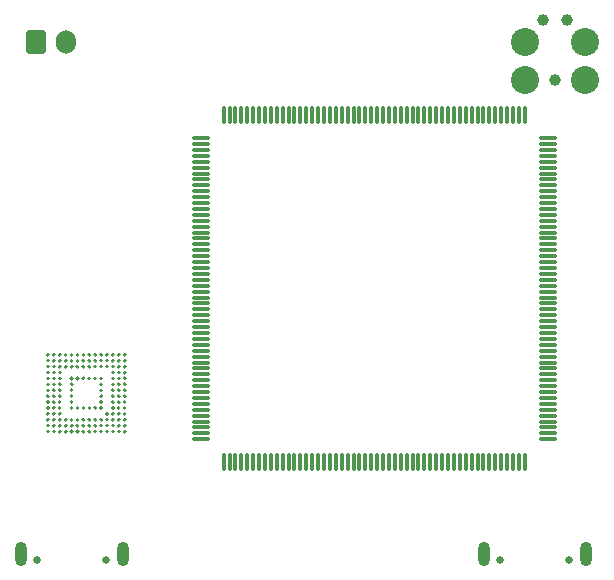
<source format=gbr>
%TF.GenerationSoftware,KiCad,Pcbnew,8.0.1*%
%TF.CreationDate,2024-04-17T21:00:08+02:00*%
%TF.ProjectId,STM32_Dev_Board,53544d33-325f-4446-9576-5f426f617264,rev?*%
%TF.SameCoordinates,Original*%
%TF.FileFunction,Soldermask,Bot*%
%TF.FilePolarity,Negative*%
%FSLAX46Y46*%
G04 Gerber Fmt 4.6, Leading zero omitted, Abs format (unit mm)*
G04 Created by KiCad (PCBNEW 8.0.1) date 2024-04-17 21:00:08*
%MOMM*%
%LPD*%
G01*
G04 APERTURE LIST*
G04 Aperture macros list*
%AMRoundRect*
0 Rectangle with rounded corners*
0 $1 Rounding radius*
0 $2 $3 $4 $5 $6 $7 $8 $9 X,Y pos of 4 corners*
0 Add a 4 corners polygon primitive as box body*
4,1,4,$2,$3,$4,$5,$6,$7,$8,$9,$2,$3,0*
0 Add four circle primitives for the rounded corners*
1,1,$1+$1,$2,$3*
1,1,$1+$1,$4,$5*
1,1,$1+$1,$6,$7*
1,1,$1+$1,$8,$9*
0 Add four rect primitives between the rounded corners*
20,1,$1+$1,$2,$3,$4,$5,0*
20,1,$1+$1,$4,$5,$6,$7,0*
20,1,$1+$1,$6,$7,$8,$9,0*
20,1,$1+$1,$8,$9,$2,$3,0*%
G04 Aperture macros list end*
%ADD10C,0.200000*%
%ADD11C,2.374900*%
%ADD12C,0.990600*%
%ADD13RoundRect,0.250000X-0.600000X-0.750000X0.600000X-0.750000X0.600000X0.750000X-0.600000X0.750000X0*%
%ADD14O,1.700000X2.000000*%
%ADD15C,0.650000*%
%ADD16O,1.000000X2.100000*%
%ADD17RoundRect,0.075000X-0.075000X0.675000X-0.075000X-0.675000X0.075000X-0.675000X0.075000X0.675000X0*%
%ADD18RoundRect,0.075000X-0.675000X0.075000X-0.675000X-0.075000X0.675000X-0.075000X0.675000X0.075000X0*%
G04 APERTURE END LIST*
D10*
%TO.C,U12*%
X184500000Y-83650000D02*
G75*
G02*
X184300000Y-83650000I-100000J0D01*
G01*
X184300000Y-83650000D02*
G75*
G02*
X184500000Y-83650000I100000J0D01*
G01*
X184500000Y-84150000D02*
G75*
G02*
X184300000Y-84150000I-100000J0D01*
G01*
X184300000Y-84150000D02*
G75*
G02*
X184500000Y-84150000I100000J0D01*
G01*
X184500000Y-84650000D02*
G75*
G02*
X184300000Y-84650000I-100000J0D01*
G01*
X184300000Y-84650000D02*
G75*
G02*
X184500000Y-84650000I100000J0D01*
G01*
X184500000Y-85150000D02*
G75*
G02*
X184300000Y-85150000I-100000J0D01*
G01*
X184300000Y-85150000D02*
G75*
G02*
X184500000Y-85150000I100000J0D01*
G01*
X184500000Y-85650000D02*
G75*
G02*
X184300000Y-85650000I-100000J0D01*
G01*
X184300000Y-85650000D02*
G75*
G02*
X184500000Y-85650000I100000J0D01*
G01*
X184500000Y-86150000D02*
G75*
G02*
X184300000Y-86150000I-100000J0D01*
G01*
X184300000Y-86150000D02*
G75*
G02*
X184500000Y-86150000I100000J0D01*
G01*
X184500000Y-86650000D02*
G75*
G02*
X184300000Y-86650000I-100000J0D01*
G01*
X184300000Y-86650000D02*
G75*
G02*
X184500000Y-86650000I100000J0D01*
G01*
X184500000Y-87150000D02*
G75*
G02*
X184300000Y-87150000I-100000J0D01*
G01*
X184300000Y-87150000D02*
G75*
G02*
X184500000Y-87150000I100000J0D01*
G01*
X184500000Y-87650000D02*
G75*
G02*
X184300000Y-87650000I-100000J0D01*
G01*
X184300000Y-87650000D02*
G75*
G02*
X184500000Y-87650000I100000J0D01*
G01*
X184500000Y-88150000D02*
G75*
G02*
X184300000Y-88150000I-100000J0D01*
G01*
X184300000Y-88150000D02*
G75*
G02*
X184500000Y-88150000I100000J0D01*
G01*
X184500000Y-88650000D02*
G75*
G02*
X184300000Y-88650000I-100000J0D01*
G01*
X184300000Y-88650000D02*
G75*
G02*
X184500000Y-88650000I100000J0D01*
G01*
X184500000Y-89150000D02*
G75*
G02*
X184300000Y-89150000I-100000J0D01*
G01*
X184300000Y-89150000D02*
G75*
G02*
X184500000Y-89150000I100000J0D01*
G01*
X184500000Y-89650000D02*
G75*
G02*
X184300000Y-89650000I-100000J0D01*
G01*
X184300000Y-89650000D02*
G75*
G02*
X184500000Y-89650000I100000J0D01*
G01*
X184500000Y-90150000D02*
G75*
G02*
X184300000Y-90150000I-100000J0D01*
G01*
X184300000Y-90150000D02*
G75*
G02*
X184500000Y-90150000I100000J0D01*
G01*
X185000000Y-83650000D02*
G75*
G02*
X184800000Y-83650000I-100000J0D01*
G01*
X184800000Y-83650000D02*
G75*
G02*
X185000000Y-83650000I100000J0D01*
G01*
X185000000Y-84150000D02*
G75*
G02*
X184800000Y-84150000I-100000J0D01*
G01*
X184800000Y-84150000D02*
G75*
G02*
X185000000Y-84150000I100000J0D01*
G01*
X185000000Y-84650000D02*
G75*
G02*
X184800000Y-84650000I-100000J0D01*
G01*
X184800000Y-84650000D02*
G75*
G02*
X185000000Y-84650000I100000J0D01*
G01*
X185000000Y-85150000D02*
G75*
G02*
X184800000Y-85150000I-100000J0D01*
G01*
X184800000Y-85150000D02*
G75*
G02*
X185000000Y-85150000I100000J0D01*
G01*
X185000000Y-85650000D02*
G75*
G02*
X184800000Y-85650000I-100000J0D01*
G01*
X184800000Y-85650000D02*
G75*
G02*
X185000000Y-85650000I100000J0D01*
G01*
X185000000Y-86150000D02*
G75*
G02*
X184800000Y-86150000I-100000J0D01*
G01*
X184800000Y-86150000D02*
G75*
G02*
X185000000Y-86150000I100000J0D01*
G01*
X185000000Y-86650000D02*
G75*
G02*
X184800000Y-86650000I-100000J0D01*
G01*
X184800000Y-86650000D02*
G75*
G02*
X185000000Y-86650000I100000J0D01*
G01*
X185000000Y-87150000D02*
G75*
G02*
X184800000Y-87150000I-100000J0D01*
G01*
X184800000Y-87150000D02*
G75*
G02*
X185000000Y-87150000I100000J0D01*
G01*
X185000000Y-87650000D02*
G75*
G02*
X184800000Y-87650000I-100000J0D01*
G01*
X184800000Y-87650000D02*
G75*
G02*
X185000000Y-87650000I100000J0D01*
G01*
X185000000Y-88150000D02*
G75*
G02*
X184800000Y-88150000I-100000J0D01*
G01*
X184800000Y-88150000D02*
G75*
G02*
X185000000Y-88150000I100000J0D01*
G01*
X185000000Y-88650000D02*
G75*
G02*
X184800000Y-88650000I-100000J0D01*
G01*
X184800000Y-88650000D02*
G75*
G02*
X185000000Y-88650000I100000J0D01*
G01*
X185000000Y-89150000D02*
G75*
G02*
X184800000Y-89150000I-100000J0D01*
G01*
X184800000Y-89150000D02*
G75*
G02*
X185000000Y-89150000I100000J0D01*
G01*
X185000000Y-89650000D02*
G75*
G02*
X184800000Y-89650000I-100000J0D01*
G01*
X184800000Y-89650000D02*
G75*
G02*
X185000000Y-89650000I100000J0D01*
G01*
X185000000Y-90150000D02*
G75*
G02*
X184800000Y-90150000I-100000J0D01*
G01*
X184800000Y-90150000D02*
G75*
G02*
X185000000Y-90150000I100000J0D01*
G01*
X185500000Y-83650000D02*
G75*
G02*
X185300000Y-83650000I-100000J0D01*
G01*
X185300000Y-83650000D02*
G75*
G02*
X185500000Y-83650000I100000J0D01*
G01*
X185500000Y-84150000D02*
G75*
G02*
X185300000Y-84150000I-100000J0D01*
G01*
X185300000Y-84150000D02*
G75*
G02*
X185500000Y-84150000I100000J0D01*
G01*
X185500000Y-84650000D02*
G75*
G02*
X185300000Y-84650000I-100000J0D01*
G01*
X185300000Y-84650000D02*
G75*
G02*
X185500000Y-84650000I100000J0D01*
G01*
X185500000Y-85150000D02*
G75*
G02*
X185300000Y-85150000I-100000J0D01*
G01*
X185300000Y-85150000D02*
G75*
G02*
X185500000Y-85150000I100000J0D01*
G01*
X185500000Y-85650000D02*
G75*
G02*
X185300000Y-85650000I-100000J0D01*
G01*
X185300000Y-85650000D02*
G75*
G02*
X185500000Y-85650000I100000J0D01*
G01*
X185500000Y-86150000D02*
G75*
G02*
X185300000Y-86150000I-100000J0D01*
G01*
X185300000Y-86150000D02*
G75*
G02*
X185500000Y-86150000I100000J0D01*
G01*
X185500000Y-86650000D02*
G75*
G02*
X185300000Y-86650000I-100000J0D01*
G01*
X185300000Y-86650000D02*
G75*
G02*
X185500000Y-86650000I100000J0D01*
G01*
X185500000Y-87150000D02*
G75*
G02*
X185300000Y-87150000I-100000J0D01*
G01*
X185300000Y-87150000D02*
G75*
G02*
X185500000Y-87150000I100000J0D01*
G01*
X185500000Y-87650000D02*
G75*
G02*
X185300000Y-87650000I-100000J0D01*
G01*
X185300000Y-87650000D02*
G75*
G02*
X185500000Y-87650000I100000J0D01*
G01*
X185500000Y-88150000D02*
G75*
G02*
X185300000Y-88150000I-100000J0D01*
G01*
X185300000Y-88150000D02*
G75*
G02*
X185500000Y-88150000I100000J0D01*
G01*
X185500000Y-88650000D02*
G75*
G02*
X185300000Y-88650000I-100000J0D01*
G01*
X185300000Y-88650000D02*
G75*
G02*
X185500000Y-88650000I100000J0D01*
G01*
X185500000Y-89150000D02*
G75*
G02*
X185300000Y-89150000I-100000J0D01*
G01*
X185300000Y-89150000D02*
G75*
G02*
X185500000Y-89150000I100000J0D01*
G01*
X185500000Y-89650000D02*
G75*
G02*
X185300000Y-89650000I-100000J0D01*
G01*
X185300000Y-89650000D02*
G75*
G02*
X185500000Y-89650000I100000J0D01*
G01*
X185500000Y-90150000D02*
G75*
G02*
X185300000Y-90150000I-100000J0D01*
G01*
X185300000Y-90150000D02*
G75*
G02*
X185500000Y-90150000I100000J0D01*
G01*
X186000000Y-83650000D02*
G75*
G02*
X185800000Y-83650000I-100000J0D01*
G01*
X185800000Y-83650000D02*
G75*
G02*
X186000000Y-83650000I100000J0D01*
G01*
X186000000Y-84150000D02*
G75*
G02*
X185800000Y-84150000I-100000J0D01*
G01*
X185800000Y-84150000D02*
G75*
G02*
X186000000Y-84150000I100000J0D01*
G01*
X186000000Y-84650000D02*
G75*
G02*
X185800000Y-84650000I-100000J0D01*
G01*
X185800000Y-84650000D02*
G75*
G02*
X186000000Y-84650000I100000J0D01*
G01*
X186000000Y-89150000D02*
G75*
G02*
X185800000Y-89150000I-100000J0D01*
G01*
X185800000Y-89150000D02*
G75*
G02*
X186000000Y-89150000I100000J0D01*
G01*
X186000000Y-89650000D02*
G75*
G02*
X185800000Y-89650000I-100000J0D01*
G01*
X185800000Y-89650000D02*
G75*
G02*
X186000000Y-89650000I100000J0D01*
G01*
X186000000Y-90150000D02*
G75*
G02*
X185800000Y-90150000I-100000J0D01*
G01*
X185800000Y-90150000D02*
G75*
G02*
X186000000Y-90150000I100000J0D01*
G01*
X186500000Y-83650000D02*
G75*
G02*
X186300000Y-83650000I-100000J0D01*
G01*
X186300000Y-83650000D02*
G75*
G02*
X186500000Y-83650000I100000J0D01*
G01*
X186500000Y-84150000D02*
G75*
G02*
X186300000Y-84150000I-100000J0D01*
G01*
X186300000Y-84150000D02*
G75*
G02*
X186500000Y-84150000I100000J0D01*
G01*
X186500000Y-84650000D02*
G75*
G02*
X186300000Y-84650000I-100000J0D01*
G01*
X186300000Y-84650000D02*
G75*
G02*
X186500000Y-84650000I100000J0D01*
G01*
X186500000Y-85650000D02*
G75*
G02*
X186300000Y-85650000I-100000J0D01*
G01*
X186300000Y-85650000D02*
G75*
G02*
X186500000Y-85650000I100000J0D01*
G01*
X186500000Y-86150000D02*
G75*
G02*
X186300000Y-86150000I-100000J0D01*
G01*
X186300000Y-86150000D02*
G75*
G02*
X186500000Y-86150000I100000J0D01*
G01*
X186500000Y-86650000D02*
G75*
G02*
X186300000Y-86650000I-100000J0D01*
G01*
X186300000Y-86650000D02*
G75*
G02*
X186500000Y-86650000I100000J0D01*
G01*
X186500000Y-87150000D02*
G75*
G02*
X186300000Y-87150000I-100000J0D01*
G01*
X186300000Y-87150000D02*
G75*
G02*
X186500000Y-87150000I100000J0D01*
G01*
X186500000Y-87650000D02*
G75*
G02*
X186300000Y-87650000I-100000J0D01*
G01*
X186300000Y-87650000D02*
G75*
G02*
X186500000Y-87650000I100000J0D01*
G01*
X186500000Y-88150000D02*
G75*
G02*
X186300000Y-88150000I-100000J0D01*
G01*
X186300000Y-88150000D02*
G75*
G02*
X186500000Y-88150000I100000J0D01*
G01*
X186500000Y-89150000D02*
G75*
G02*
X186300000Y-89150000I-100000J0D01*
G01*
X186300000Y-89150000D02*
G75*
G02*
X186500000Y-89150000I100000J0D01*
G01*
X186500000Y-89650000D02*
G75*
G02*
X186300000Y-89650000I-100000J0D01*
G01*
X186300000Y-89650000D02*
G75*
G02*
X186500000Y-89650000I100000J0D01*
G01*
X186500000Y-90150000D02*
G75*
G02*
X186300000Y-90150000I-100000J0D01*
G01*
X186300000Y-90150000D02*
G75*
G02*
X186500000Y-90150000I100000J0D01*
G01*
X187000000Y-83650000D02*
G75*
G02*
X186800000Y-83650000I-100000J0D01*
G01*
X186800000Y-83650000D02*
G75*
G02*
X187000000Y-83650000I100000J0D01*
G01*
X187000000Y-84150000D02*
G75*
G02*
X186800000Y-84150000I-100000J0D01*
G01*
X186800000Y-84150000D02*
G75*
G02*
X187000000Y-84150000I100000J0D01*
G01*
X187000000Y-84650000D02*
G75*
G02*
X186800000Y-84650000I-100000J0D01*
G01*
X186800000Y-84650000D02*
G75*
G02*
X187000000Y-84650000I100000J0D01*
G01*
X187000000Y-85650000D02*
G75*
G02*
X186800000Y-85650000I-100000J0D01*
G01*
X186800000Y-85650000D02*
G75*
G02*
X187000000Y-85650000I100000J0D01*
G01*
X187000000Y-88150000D02*
G75*
G02*
X186800000Y-88150000I-100000J0D01*
G01*
X186800000Y-88150000D02*
G75*
G02*
X187000000Y-88150000I100000J0D01*
G01*
X187000000Y-89150000D02*
G75*
G02*
X186800000Y-89150000I-100000J0D01*
G01*
X186800000Y-89150000D02*
G75*
G02*
X187000000Y-89150000I100000J0D01*
G01*
X187000000Y-89650000D02*
G75*
G02*
X186800000Y-89650000I-100000J0D01*
G01*
X186800000Y-89650000D02*
G75*
G02*
X187000000Y-89650000I100000J0D01*
G01*
X187000000Y-90150000D02*
G75*
G02*
X186800000Y-90150000I-100000J0D01*
G01*
X186800000Y-90150000D02*
G75*
G02*
X187000000Y-90150000I100000J0D01*
G01*
X187500000Y-83650000D02*
G75*
G02*
X187300000Y-83650000I-100000J0D01*
G01*
X187300000Y-83650000D02*
G75*
G02*
X187500000Y-83650000I100000J0D01*
G01*
X187500000Y-84150000D02*
G75*
G02*
X187300000Y-84150000I-100000J0D01*
G01*
X187300000Y-84150000D02*
G75*
G02*
X187500000Y-84150000I100000J0D01*
G01*
X187500000Y-84650000D02*
G75*
G02*
X187300000Y-84650000I-100000J0D01*
G01*
X187300000Y-84650000D02*
G75*
G02*
X187500000Y-84650000I100000J0D01*
G01*
X187500000Y-85650000D02*
G75*
G02*
X187300000Y-85650000I-100000J0D01*
G01*
X187300000Y-85650000D02*
G75*
G02*
X187500000Y-85650000I100000J0D01*
G01*
X187500000Y-88150000D02*
G75*
G02*
X187300000Y-88150000I-100000J0D01*
G01*
X187300000Y-88150000D02*
G75*
G02*
X187500000Y-88150000I100000J0D01*
G01*
X187500000Y-89150000D02*
G75*
G02*
X187300000Y-89150000I-100000J0D01*
G01*
X187300000Y-89150000D02*
G75*
G02*
X187500000Y-89150000I100000J0D01*
G01*
X187500000Y-89650000D02*
G75*
G02*
X187300000Y-89650000I-100000J0D01*
G01*
X187300000Y-89650000D02*
G75*
G02*
X187500000Y-89650000I100000J0D01*
G01*
X187500000Y-90150000D02*
G75*
G02*
X187300000Y-90150000I-100000J0D01*
G01*
X187300000Y-90150000D02*
G75*
G02*
X187500000Y-90150000I100000J0D01*
G01*
X188000000Y-83650000D02*
G75*
G02*
X187800000Y-83650000I-100000J0D01*
G01*
X187800000Y-83650000D02*
G75*
G02*
X188000000Y-83650000I100000J0D01*
G01*
X188000000Y-84150000D02*
G75*
G02*
X187800000Y-84150000I-100000J0D01*
G01*
X187800000Y-84150000D02*
G75*
G02*
X188000000Y-84150000I100000J0D01*
G01*
X188000000Y-84650000D02*
G75*
G02*
X187800000Y-84650000I-100000J0D01*
G01*
X187800000Y-84650000D02*
G75*
G02*
X188000000Y-84650000I100000J0D01*
G01*
X188000000Y-85650000D02*
G75*
G02*
X187800000Y-85650000I-100000J0D01*
G01*
X187800000Y-85650000D02*
G75*
G02*
X188000000Y-85650000I100000J0D01*
G01*
X188000000Y-88150000D02*
G75*
G02*
X187800000Y-88150000I-100000J0D01*
G01*
X187800000Y-88150000D02*
G75*
G02*
X188000000Y-88150000I100000J0D01*
G01*
X188000000Y-89150000D02*
G75*
G02*
X187800000Y-89150000I-100000J0D01*
G01*
X187800000Y-89150000D02*
G75*
G02*
X188000000Y-89150000I100000J0D01*
G01*
X188000000Y-89650000D02*
G75*
G02*
X187800000Y-89650000I-100000J0D01*
G01*
X187800000Y-89650000D02*
G75*
G02*
X188000000Y-89650000I100000J0D01*
G01*
X188000000Y-90150000D02*
G75*
G02*
X187800000Y-90150000I-100000J0D01*
G01*
X187800000Y-90150000D02*
G75*
G02*
X188000000Y-90150000I100000J0D01*
G01*
X188500000Y-83650000D02*
G75*
G02*
X188300000Y-83650000I-100000J0D01*
G01*
X188300000Y-83650000D02*
G75*
G02*
X188500000Y-83650000I100000J0D01*
G01*
X188500000Y-84150000D02*
G75*
G02*
X188300000Y-84150000I-100000J0D01*
G01*
X188300000Y-84150000D02*
G75*
G02*
X188500000Y-84150000I100000J0D01*
G01*
X188500000Y-84650000D02*
G75*
G02*
X188300000Y-84650000I-100000J0D01*
G01*
X188300000Y-84650000D02*
G75*
G02*
X188500000Y-84650000I100000J0D01*
G01*
X188500000Y-85650000D02*
G75*
G02*
X188300000Y-85650000I-100000J0D01*
G01*
X188300000Y-85650000D02*
G75*
G02*
X188500000Y-85650000I100000J0D01*
G01*
X188500000Y-88150000D02*
G75*
G02*
X188300000Y-88150000I-100000J0D01*
G01*
X188300000Y-88150000D02*
G75*
G02*
X188500000Y-88150000I100000J0D01*
G01*
X188500000Y-89150000D02*
G75*
G02*
X188300000Y-89150000I-100000J0D01*
G01*
X188300000Y-89150000D02*
G75*
G02*
X188500000Y-89150000I100000J0D01*
G01*
X188500000Y-89650000D02*
G75*
G02*
X188300000Y-89650000I-100000J0D01*
G01*
X188300000Y-89650000D02*
G75*
G02*
X188500000Y-89650000I100000J0D01*
G01*
X188500000Y-90150000D02*
G75*
G02*
X188300000Y-90150000I-100000J0D01*
G01*
X188300000Y-90150000D02*
G75*
G02*
X188500000Y-90150000I100000J0D01*
G01*
X189000000Y-83650000D02*
G75*
G02*
X188800000Y-83650000I-100000J0D01*
G01*
X188800000Y-83650000D02*
G75*
G02*
X189000000Y-83650000I100000J0D01*
G01*
X189000000Y-84150000D02*
G75*
G02*
X188800000Y-84150000I-100000J0D01*
G01*
X188800000Y-84150000D02*
G75*
G02*
X189000000Y-84150000I100000J0D01*
G01*
X189000000Y-84650000D02*
G75*
G02*
X188800000Y-84650000I-100000J0D01*
G01*
X188800000Y-84650000D02*
G75*
G02*
X189000000Y-84650000I100000J0D01*
G01*
X189000000Y-85650000D02*
G75*
G02*
X188800000Y-85650000I-100000J0D01*
G01*
X188800000Y-85650000D02*
G75*
G02*
X189000000Y-85650000I100000J0D01*
G01*
X189000000Y-86150000D02*
G75*
G02*
X188800000Y-86150000I-100000J0D01*
G01*
X188800000Y-86150000D02*
G75*
G02*
X189000000Y-86150000I100000J0D01*
G01*
X189000000Y-86650000D02*
G75*
G02*
X188800000Y-86650000I-100000J0D01*
G01*
X188800000Y-86650000D02*
G75*
G02*
X189000000Y-86650000I100000J0D01*
G01*
X189000000Y-87150000D02*
G75*
G02*
X188800000Y-87150000I-100000J0D01*
G01*
X188800000Y-87150000D02*
G75*
G02*
X189000000Y-87150000I100000J0D01*
G01*
X189000000Y-87650000D02*
G75*
G02*
X188800000Y-87650000I-100000J0D01*
G01*
X188800000Y-87650000D02*
G75*
G02*
X189000000Y-87650000I100000J0D01*
G01*
X189000000Y-88150000D02*
G75*
G02*
X188800000Y-88150000I-100000J0D01*
G01*
X188800000Y-88150000D02*
G75*
G02*
X189000000Y-88150000I100000J0D01*
G01*
X189000000Y-89150000D02*
G75*
G02*
X188800000Y-89150000I-100000J0D01*
G01*
X188800000Y-89150000D02*
G75*
G02*
X189000000Y-89150000I100000J0D01*
G01*
X189000000Y-89650000D02*
G75*
G02*
X188800000Y-89650000I-100000J0D01*
G01*
X188800000Y-89650000D02*
G75*
G02*
X189000000Y-89650000I100000J0D01*
G01*
X189000000Y-90150000D02*
G75*
G02*
X188800000Y-90150000I-100000J0D01*
G01*
X188800000Y-90150000D02*
G75*
G02*
X189000000Y-90150000I100000J0D01*
G01*
X189500000Y-83650000D02*
G75*
G02*
X189300000Y-83650000I-100000J0D01*
G01*
X189300000Y-83650000D02*
G75*
G02*
X189500000Y-83650000I100000J0D01*
G01*
X189500000Y-84150000D02*
G75*
G02*
X189300000Y-84150000I-100000J0D01*
G01*
X189300000Y-84150000D02*
G75*
G02*
X189500000Y-84150000I100000J0D01*
G01*
X189500000Y-84650000D02*
G75*
G02*
X189300000Y-84650000I-100000J0D01*
G01*
X189300000Y-84650000D02*
G75*
G02*
X189500000Y-84650000I100000J0D01*
G01*
X189500000Y-88650000D02*
G75*
G02*
X189300000Y-88650000I-100000J0D01*
G01*
X189300000Y-88650000D02*
G75*
G02*
X189500000Y-88650000I100000J0D01*
G01*
X189500000Y-89150000D02*
G75*
G02*
X189300000Y-89150000I-100000J0D01*
G01*
X189300000Y-89150000D02*
G75*
G02*
X189500000Y-89150000I100000J0D01*
G01*
X189500000Y-89650000D02*
G75*
G02*
X189300000Y-89650000I-100000J0D01*
G01*
X189300000Y-89650000D02*
G75*
G02*
X189500000Y-89650000I100000J0D01*
G01*
X189500000Y-90150000D02*
G75*
G02*
X189300000Y-90150000I-100000J0D01*
G01*
X189300000Y-90150000D02*
G75*
G02*
X189500000Y-90150000I100000J0D01*
G01*
X190000000Y-83650000D02*
G75*
G02*
X189800000Y-83650000I-100000J0D01*
G01*
X189800000Y-83650000D02*
G75*
G02*
X190000000Y-83650000I100000J0D01*
G01*
X190000000Y-84150000D02*
G75*
G02*
X189800000Y-84150000I-100000J0D01*
G01*
X189800000Y-84150000D02*
G75*
G02*
X190000000Y-84150000I100000J0D01*
G01*
X190000000Y-84650000D02*
G75*
G02*
X189800000Y-84650000I-100000J0D01*
G01*
X189800000Y-84650000D02*
G75*
G02*
X190000000Y-84650000I100000J0D01*
G01*
X190000000Y-85150000D02*
G75*
G02*
X189800000Y-85150000I-100000J0D01*
G01*
X189800000Y-85150000D02*
G75*
G02*
X190000000Y-85150000I100000J0D01*
G01*
X190000000Y-85650000D02*
G75*
G02*
X189800000Y-85650000I-100000J0D01*
G01*
X189800000Y-85650000D02*
G75*
G02*
X190000000Y-85650000I100000J0D01*
G01*
X190000000Y-86150000D02*
G75*
G02*
X189800000Y-86150000I-100000J0D01*
G01*
X189800000Y-86150000D02*
G75*
G02*
X190000000Y-86150000I100000J0D01*
G01*
X190000000Y-86650000D02*
G75*
G02*
X189800000Y-86650000I-100000J0D01*
G01*
X189800000Y-86650000D02*
G75*
G02*
X190000000Y-86650000I100000J0D01*
G01*
X190000000Y-87150000D02*
G75*
G02*
X189800000Y-87150000I-100000J0D01*
G01*
X189800000Y-87150000D02*
G75*
G02*
X190000000Y-87150000I100000J0D01*
G01*
X190000000Y-87650000D02*
G75*
G02*
X189800000Y-87650000I-100000J0D01*
G01*
X189800000Y-87650000D02*
G75*
G02*
X190000000Y-87650000I100000J0D01*
G01*
X190000000Y-88150000D02*
G75*
G02*
X189800000Y-88150000I-100000J0D01*
G01*
X189800000Y-88150000D02*
G75*
G02*
X190000000Y-88150000I100000J0D01*
G01*
X190000000Y-88650000D02*
G75*
G02*
X189800000Y-88650000I-100000J0D01*
G01*
X189800000Y-88650000D02*
G75*
G02*
X190000000Y-88650000I100000J0D01*
G01*
X190000000Y-89150000D02*
G75*
G02*
X189800000Y-89150000I-100000J0D01*
G01*
X189800000Y-89150000D02*
G75*
G02*
X190000000Y-89150000I100000J0D01*
G01*
X190000000Y-89650000D02*
G75*
G02*
X189800000Y-89650000I-100000J0D01*
G01*
X189800000Y-89650000D02*
G75*
G02*
X190000000Y-89650000I100000J0D01*
G01*
X190000000Y-90150000D02*
G75*
G02*
X189800000Y-90150000I-100000J0D01*
G01*
X189800000Y-90150000D02*
G75*
G02*
X190000000Y-90150000I100000J0D01*
G01*
X190500000Y-83650000D02*
G75*
G02*
X190300000Y-83650000I-100000J0D01*
G01*
X190300000Y-83650000D02*
G75*
G02*
X190500000Y-83650000I100000J0D01*
G01*
X190500000Y-84150000D02*
G75*
G02*
X190300000Y-84150000I-100000J0D01*
G01*
X190300000Y-84150000D02*
G75*
G02*
X190500000Y-84150000I100000J0D01*
G01*
X190500000Y-84650000D02*
G75*
G02*
X190300000Y-84650000I-100000J0D01*
G01*
X190300000Y-84650000D02*
G75*
G02*
X190500000Y-84650000I100000J0D01*
G01*
X190500000Y-85150000D02*
G75*
G02*
X190300000Y-85150000I-100000J0D01*
G01*
X190300000Y-85150000D02*
G75*
G02*
X190500000Y-85150000I100000J0D01*
G01*
X190500000Y-85650000D02*
G75*
G02*
X190300000Y-85650000I-100000J0D01*
G01*
X190300000Y-85650000D02*
G75*
G02*
X190500000Y-85650000I100000J0D01*
G01*
X190500000Y-86150000D02*
G75*
G02*
X190300000Y-86150000I-100000J0D01*
G01*
X190300000Y-86150000D02*
G75*
G02*
X190500000Y-86150000I100000J0D01*
G01*
X190500000Y-86650000D02*
G75*
G02*
X190300000Y-86650000I-100000J0D01*
G01*
X190300000Y-86650000D02*
G75*
G02*
X190500000Y-86650000I100000J0D01*
G01*
X190500000Y-87150000D02*
G75*
G02*
X190300000Y-87150000I-100000J0D01*
G01*
X190300000Y-87150000D02*
G75*
G02*
X190500000Y-87150000I100000J0D01*
G01*
X190500000Y-87650000D02*
G75*
G02*
X190300000Y-87650000I-100000J0D01*
G01*
X190300000Y-87650000D02*
G75*
G02*
X190500000Y-87650000I100000J0D01*
G01*
X190500000Y-88150000D02*
G75*
G02*
X190300000Y-88150000I-100000J0D01*
G01*
X190300000Y-88150000D02*
G75*
G02*
X190500000Y-88150000I100000J0D01*
G01*
X190500000Y-88650000D02*
G75*
G02*
X190300000Y-88650000I-100000J0D01*
G01*
X190300000Y-88650000D02*
G75*
G02*
X190500000Y-88650000I100000J0D01*
G01*
X190500000Y-89150000D02*
G75*
G02*
X190300000Y-89150000I-100000J0D01*
G01*
X190300000Y-89150000D02*
G75*
G02*
X190500000Y-89150000I100000J0D01*
G01*
X190500000Y-89650000D02*
G75*
G02*
X190300000Y-89650000I-100000J0D01*
G01*
X190300000Y-89650000D02*
G75*
G02*
X190500000Y-89650000I100000J0D01*
G01*
X190500000Y-90150000D02*
G75*
G02*
X190300000Y-90150000I-100000J0D01*
G01*
X190300000Y-90150000D02*
G75*
G02*
X190500000Y-90150000I100000J0D01*
G01*
X191000000Y-83650000D02*
G75*
G02*
X190800000Y-83650000I-100000J0D01*
G01*
X190800000Y-83650000D02*
G75*
G02*
X191000000Y-83650000I100000J0D01*
G01*
X191000000Y-84150000D02*
G75*
G02*
X190800000Y-84150000I-100000J0D01*
G01*
X190800000Y-84150000D02*
G75*
G02*
X191000000Y-84150000I100000J0D01*
G01*
X191000000Y-84650000D02*
G75*
G02*
X190800000Y-84650000I-100000J0D01*
G01*
X190800000Y-84650000D02*
G75*
G02*
X191000000Y-84650000I100000J0D01*
G01*
X191000000Y-85150000D02*
G75*
G02*
X190800000Y-85150000I-100000J0D01*
G01*
X190800000Y-85150000D02*
G75*
G02*
X191000000Y-85150000I100000J0D01*
G01*
X191000000Y-85650000D02*
G75*
G02*
X190800000Y-85650000I-100000J0D01*
G01*
X190800000Y-85650000D02*
G75*
G02*
X191000000Y-85650000I100000J0D01*
G01*
X191000000Y-86150000D02*
G75*
G02*
X190800000Y-86150000I-100000J0D01*
G01*
X190800000Y-86150000D02*
G75*
G02*
X191000000Y-86150000I100000J0D01*
G01*
X191000000Y-86650000D02*
G75*
G02*
X190800000Y-86650000I-100000J0D01*
G01*
X190800000Y-86650000D02*
G75*
G02*
X191000000Y-86650000I100000J0D01*
G01*
X191000000Y-87150000D02*
G75*
G02*
X190800000Y-87150000I-100000J0D01*
G01*
X190800000Y-87150000D02*
G75*
G02*
X191000000Y-87150000I100000J0D01*
G01*
X191000000Y-87650000D02*
G75*
G02*
X190800000Y-87650000I-100000J0D01*
G01*
X190800000Y-87650000D02*
G75*
G02*
X191000000Y-87650000I100000J0D01*
G01*
X191000000Y-88150000D02*
G75*
G02*
X190800000Y-88150000I-100000J0D01*
G01*
X190800000Y-88150000D02*
G75*
G02*
X191000000Y-88150000I100000J0D01*
G01*
X191000000Y-88650000D02*
G75*
G02*
X190800000Y-88650000I-100000J0D01*
G01*
X190800000Y-88650000D02*
G75*
G02*
X191000000Y-88650000I100000J0D01*
G01*
X191000000Y-89150000D02*
G75*
G02*
X190800000Y-89150000I-100000J0D01*
G01*
X190800000Y-89150000D02*
G75*
G02*
X191000000Y-89150000I100000J0D01*
G01*
X191000000Y-89650000D02*
G75*
G02*
X190800000Y-89650000I-100000J0D01*
G01*
X190800000Y-89650000D02*
G75*
G02*
X191000000Y-89650000I100000J0D01*
G01*
X191000000Y-90150000D02*
G75*
G02*
X190800000Y-90150000I-100000J0D01*
G01*
X190800000Y-90150000D02*
G75*
G02*
X191000000Y-90150000I100000J0D01*
G01*
%TD*%
D11*
%TO.C,J2*%
X224800000Y-60375000D03*
D12*
X227340000Y-60375000D03*
D11*
X229880000Y-60375000D03*
X224800000Y-57200000D03*
X229880000Y-57200000D03*
D12*
X226324000Y-55295000D03*
X228356000Y-55295000D03*
%TD*%
D13*
%TO.C,J1*%
X183400000Y-57200000D03*
D14*
X185900000Y-57200000D03*
%TD*%
D15*
%TO.C,J3*%
X183510000Y-100995000D03*
X189290000Y-100995000D03*
D16*
X182080000Y-100495000D03*
X190720000Y-100495000D03*
%TD*%
D15*
%TO.C,J4*%
X222710000Y-100995000D03*
X228490000Y-100995000D03*
D16*
X221280000Y-100495000D03*
X229920000Y-100495000D03*
%TD*%
D17*
%TO.C,U4*%
X199275000Y-63375000D03*
X199775000Y-63375000D03*
X200275000Y-63375000D03*
X200775000Y-63375000D03*
X201275000Y-63375000D03*
X201775000Y-63375000D03*
X202275000Y-63375000D03*
X202775000Y-63375000D03*
X203275000Y-63375000D03*
X203775000Y-63375000D03*
X204275000Y-63375000D03*
X204775000Y-63375000D03*
X205275000Y-63375000D03*
X205775000Y-63375000D03*
X206275000Y-63375000D03*
X206775000Y-63375000D03*
X207275000Y-63375000D03*
X207775000Y-63375000D03*
X208275000Y-63375000D03*
X208775000Y-63375000D03*
X209275000Y-63375000D03*
X209775000Y-63375000D03*
X210275000Y-63375000D03*
X210775000Y-63375000D03*
X211275000Y-63375000D03*
X211775000Y-63375000D03*
X212275000Y-63375000D03*
X212775000Y-63375000D03*
X213275000Y-63375000D03*
X213775000Y-63375000D03*
X214275000Y-63375000D03*
X214775000Y-63375000D03*
X215275000Y-63375000D03*
X215775000Y-63375000D03*
X216275000Y-63375000D03*
X216775000Y-63375000D03*
X217275000Y-63375000D03*
X217775000Y-63375000D03*
X218275000Y-63375000D03*
X218775000Y-63375000D03*
X219275000Y-63375000D03*
X219775000Y-63375000D03*
X220275000Y-63375000D03*
X220775000Y-63375000D03*
X221275000Y-63375000D03*
X221775000Y-63375000D03*
X222275000Y-63375000D03*
X222775000Y-63375000D03*
X223275000Y-63375000D03*
X223775000Y-63375000D03*
X224275000Y-63375000D03*
X224775000Y-63375000D03*
D18*
X226700000Y-65300000D03*
X226700000Y-65800000D03*
X226700000Y-66300000D03*
X226700000Y-66800000D03*
X226700000Y-67300000D03*
X226700000Y-67800000D03*
X226700000Y-68300000D03*
X226700000Y-68800000D03*
X226700000Y-69300000D03*
X226700000Y-69800000D03*
X226700000Y-70300000D03*
X226700000Y-70800000D03*
X226700000Y-71300000D03*
X226700000Y-71800000D03*
X226700000Y-72300000D03*
X226700000Y-72800000D03*
X226700000Y-73300000D03*
X226700000Y-73800000D03*
X226700000Y-74300000D03*
X226700000Y-74800000D03*
X226700000Y-75300000D03*
X226700000Y-75800000D03*
X226700000Y-76300000D03*
X226700000Y-76800000D03*
X226700000Y-77300000D03*
X226700000Y-77800000D03*
X226700000Y-78300000D03*
X226700000Y-78800000D03*
X226700000Y-79300000D03*
X226700000Y-79800000D03*
X226700000Y-80300000D03*
X226700000Y-80800000D03*
X226700000Y-81300000D03*
X226700000Y-81800000D03*
X226700000Y-82300000D03*
X226700000Y-82800000D03*
X226700000Y-83300000D03*
X226700000Y-83800000D03*
X226700000Y-84300000D03*
X226700000Y-84800000D03*
X226700000Y-85300000D03*
X226700000Y-85800000D03*
X226700000Y-86300000D03*
X226700000Y-86800000D03*
X226700000Y-87300000D03*
X226700000Y-87800000D03*
X226700000Y-88300000D03*
X226700000Y-88800000D03*
X226700000Y-89300000D03*
X226700000Y-89800000D03*
X226700000Y-90300000D03*
X226700000Y-90800000D03*
D17*
X224775000Y-92725000D03*
X224275000Y-92725000D03*
X223775000Y-92725000D03*
X223275000Y-92725000D03*
X222775000Y-92725000D03*
X222275000Y-92725000D03*
X221775000Y-92725000D03*
X221275000Y-92725000D03*
X220775000Y-92725000D03*
X220275000Y-92725000D03*
X219775000Y-92725000D03*
X219275000Y-92725000D03*
X218775000Y-92725000D03*
X218275000Y-92725000D03*
X217775000Y-92725000D03*
X217275000Y-92725000D03*
X216775000Y-92725000D03*
X216275000Y-92725000D03*
X215775000Y-92725000D03*
X215275000Y-92725000D03*
X214775000Y-92725000D03*
X214275000Y-92725000D03*
X213775000Y-92725000D03*
X213275000Y-92725000D03*
X212775000Y-92725000D03*
X212275000Y-92725000D03*
X211775000Y-92725000D03*
X211275000Y-92725000D03*
X210775000Y-92725000D03*
X210275000Y-92725000D03*
X209775000Y-92725000D03*
X209275000Y-92725000D03*
X208775000Y-92725000D03*
X208275000Y-92725000D03*
X207775000Y-92725000D03*
X207275000Y-92725000D03*
X206775000Y-92725000D03*
X206275000Y-92725000D03*
X205775000Y-92725000D03*
X205275000Y-92725000D03*
X204775000Y-92725000D03*
X204275000Y-92725000D03*
X203775000Y-92725000D03*
X203275000Y-92725000D03*
X202775000Y-92725000D03*
X202275000Y-92725000D03*
X201775000Y-92725000D03*
X201275000Y-92725000D03*
X200775000Y-92725000D03*
X200275000Y-92725000D03*
X199775000Y-92725000D03*
X199275000Y-92725000D03*
D18*
X197350000Y-90800000D03*
X197350000Y-90300000D03*
X197350000Y-89800000D03*
X197350000Y-89300000D03*
X197350000Y-88800000D03*
X197350000Y-88300000D03*
X197350000Y-87800000D03*
X197350000Y-87300000D03*
X197350000Y-86800000D03*
X197350000Y-86300000D03*
X197350000Y-85800000D03*
X197350000Y-85300000D03*
X197350000Y-84800000D03*
X197350000Y-84300000D03*
X197350000Y-83800000D03*
X197350000Y-83300000D03*
X197350000Y-82800000D03*
X197350000Y-82300000D03*
X197350000Y-81800000D03*
X197350000Y-81300000D03*
X197350000Y-80800000D03*
X197350000Y-80300000D03*
X197350000Y-79800000D03*
X197350000Y-79300000D03*
X197350000Y-78800000D03*
X197350000Y-78300000D03*
X197350000Y-77800000D03*
X197350000Y-77300000D03*
X197350000Y-76800000D03*
X197350000Y-76300000D03*
X197350000Y-75800000D03*
X197350000Y-75300000D03*
X197350000Y-74800000D03*
X197350000Y-74300000D03*
X197350000Y-73800000D03*
X197350000Y-73300000D03*
X197350000Y-72800000D03*
X197350000Y-72300000D03*
X197350000Y-71800000D03*
X197350000Y-71300000D03*
X197350000Y-70800000D03*
X197350000Y-70300000D03*
X197350000Y-69800000D03*
X197350000Y-69300000D03*
X197350000Y-68800000D03*
X197350000Y-68300000D03*
X197350000Y-67800000D03*
X197350000Y-67300000D03*
X197350000Y-66800000D03*
X197350000Y-66300000D03*
X197350000Y-65800000D03*
X197350000Y-65300000D03*
%TD*%
M02*

</source>
